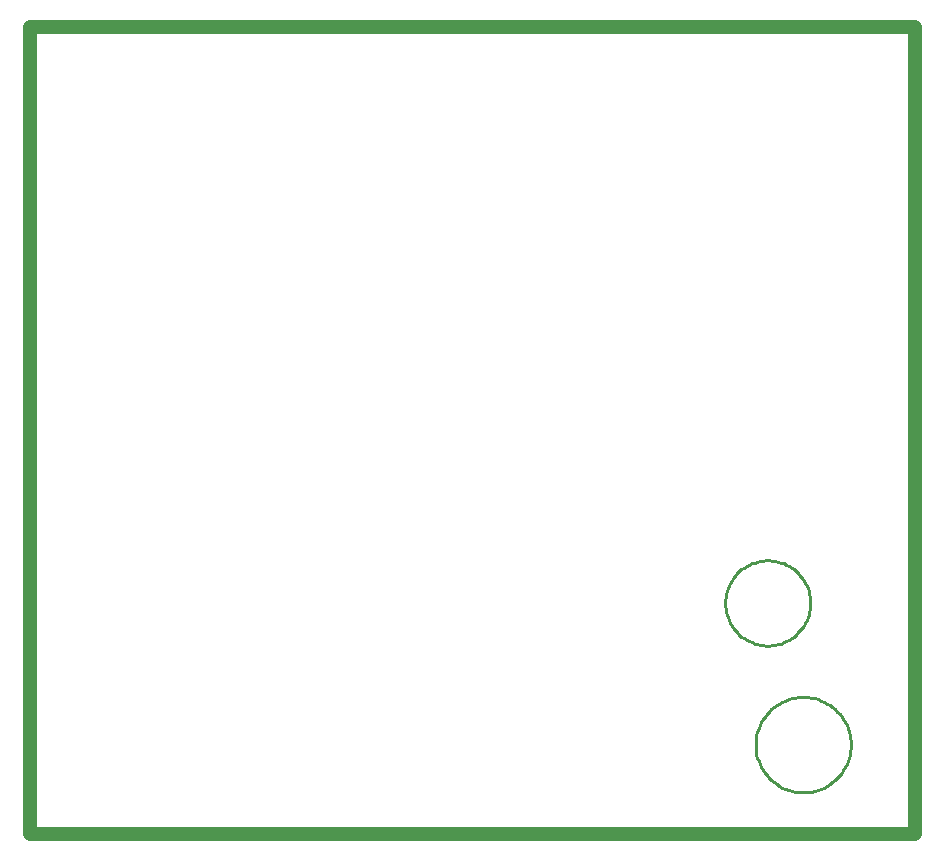
<source format=gbr>
%FSTAX23Y23*%
%MOIN*%
%SFA1B1*%

%IPPOS*%
%ADD28C,0.010000*%
%ADD30C,0.047244*%
%LNpcb2_mechanical_1-1*%
%LPD*%
G54D28*
X05394Y01299D02*
D01*
X05394Y0131*
X05393Y01321*
X05391Y01332*
X05388Y01342*
X05385Y01353*
X05381Y01363*
X05376Y01373*
X0537Y01383*
X05364Y01392*
X05357Y01401*
X0535Y01409*
X05342Y01417*
X05333Y01424*
X05324Y0143*
X05315Y01436*
X05305Y01441*
X05295Y01446*
X05285Y0145*
X05274Y01453*
X05263Y01455*
X05252Y01457*
X05241Y01457*
X0523*
X05219Y01457*
X05208Y01455*
X05197Y01453*
X05187Y0145*
X05176Y01446*
X05166Y01441*
X05156Y01436*
X05147Y0143*
X05138Y01424*
X0513Y01417*
X05122Y01409*
X05114Y01401*
X05107Y01392*
X05101Y01383*
X05096Y01373*
X05091Y01363*
X05087Y01353*
X05083Y01342*
X0508Y01332*
X05079Y01321*
X05077Y0131*
X05077Y01299*
X05077Y01288*
X05079Y01277*
X0508Y01266*
X05083Y01255*
X05087Y01244*
X05091Y01234*
X05096Y01224*
X05101Y01215*
X05107Y01205*
X05114Y01197*
X05122Y01188*
X0513Y01181*
X05138Y01174*
X05147Y01167*
X05156Y01161*
X05166Y01156*
X05176Y01152*
X05187Y01148*
X05197Y01145*
X05208Y01142*
X05219Y01141*
X0523Y0114*
X05241*
X05252Y01141*
X05263Y01142*
X05274Y01145*
X05285Y01148*
X05295Y01152*
X05305Y01156*
X05315Y01161*
X05324Y01167*
X05333Y01174*
X05342Y01181*
X0535Y01188*
X05357Y01197*
X05364Y01205*
X0537Y01215*
X05376Y01224*
X05381Y01234*
X05385Y01244*
X05388Y01255*
X05391Y01266*
X05393Y01277*
X05394Y01288*
X05394Y01299*
X0526Y01771D02*
D01*
X05259Y01781*
X05258Y01791*
X05256Y01801*
X05254Y0181*
X05251Y0182*
X05247Y01829*
X05243Y01838*
X05238Y01846*
X05232Y01855*
X05226Y01862*
X0522Y0187*
X05213Y01877*
X05205Y01883*
X05197Y01889*
X05189Y01894*
X0518Y01899*
X05171Y01903*
X05161Y01906*
X05152Y01909*
X05142Y01911*
X05132Y01912*
X05123Y01913*
X05113*
X05103Y01912*
X05093Y01911*
X05083Y01909*
X05074Y01906*
X05064Y01903*
X05055Y01899*
X05047Y01894*
X05038Y01889*
X0503Y01883*
X05023Y01877*
X05015Y0187*
X05009Y01862*
X05003Y01855*
X04997Y01846*
X04992Y01838*
X04988Y01829*
X04984Y0182*
X04981Y0181*
X04979Y01801*
X04977Y01791*
X04976Y01781*
X04976Y01771*
X04976Y01761*
X04977Y01751*
X04979Y01742*
X04981Y01732*
X04984Y01723*
X04988Y01713*
X04992Y01705*
X04997Y01696*
X05003Y01688*
X05009Y0168*
X05015Y01673*
X05023Y01666*
X0503Y01659*
X05038Y01653*
X05047Y01648*
X05055Y01644*
X05064Y0164*
X05074Y01636*
X05083Y01633*
X05093Y01631*
X05103Y0163*
X05113Y01629*
X05123*
X05132Y0163*
X05142Y01631*
X05152Y01633*
X05161Y01636*
X05171Y0164*
X0518Y01644*
X05189Y01648*
X05197Y01653*
X05205Y01659*
X05213Y01666*
X0522Y01673*
X05226Y0168*
X05232Y01688*
X05238Y01696*
X05243Y01705*
X05247Y01713*
X05251Y01723*
X05254Y01732*
X05256Y01742*
X05258Y01751*
X05259Y01761*
X0526Y01771*
G54D30*
X02657Y0369D02*
Y01D01*
Y0369D02*
X0561D01*
Y01*
X02657D02*
X0561D01*
M02*
</source>
